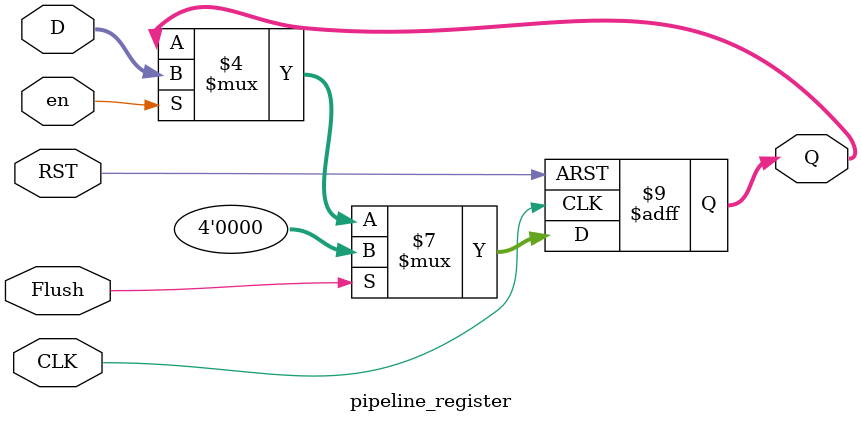
<source format=v>

module pipeline_register #(
    parameter N = 4
) (
    input  CLK,             
    input  RST,
    input  en,   
    input  Flush,        
    input  [N-1:0] D,       
    output reg [N-1:0] Q        
);

    always @(posedge CLK or negedge RST) begin
        if (!RST) begin
            Q <= 0;            // ¸®¼Â ½Ã Ãâ·Â 0À¸·Î ÃÊ±âÈ­
        end 
        else begin
            if(Flush) 
                Q <= 0;        // ¸ðµç signal 0À¸·Î ¸¸µë
            else if(en)
                Q <= D;        // ÀÔ·ÂÀ» Ãâ·ÂÀ¸·Î Àü´Þ
            else 
                Q <= Q;        // en = 0ÀÌ¸é ÀÌÀü Ãâ·Â À¯Áö
        end
    end

endmodule

</source>
